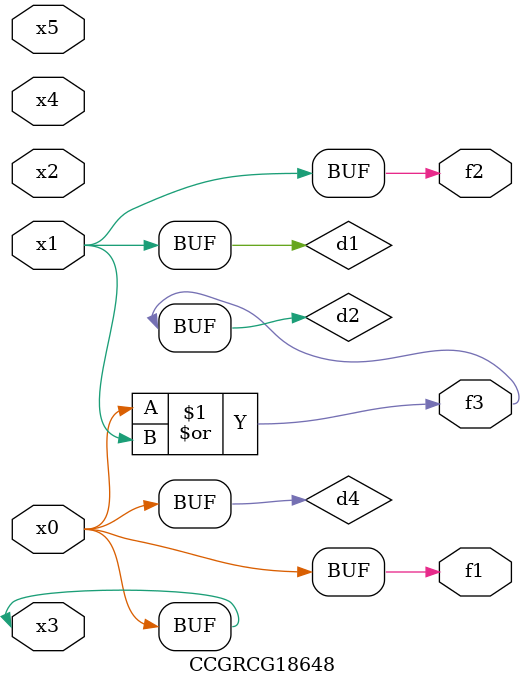
<source format=v>
module CCGRCG18648(
	input x0, x1, x2, x3, x4, x5,
	output f1, f2, f3
);

	wire d1, d2, d3, d4;

	and (d1, x1);
	or (d2, x0, x1);
	nand (d3, x0, x5);
	buf (d4, x0, x3);
	assign f1 = d4;
	assign f2 = d1;
	assign f3 = d2;
endmodule

</source>
